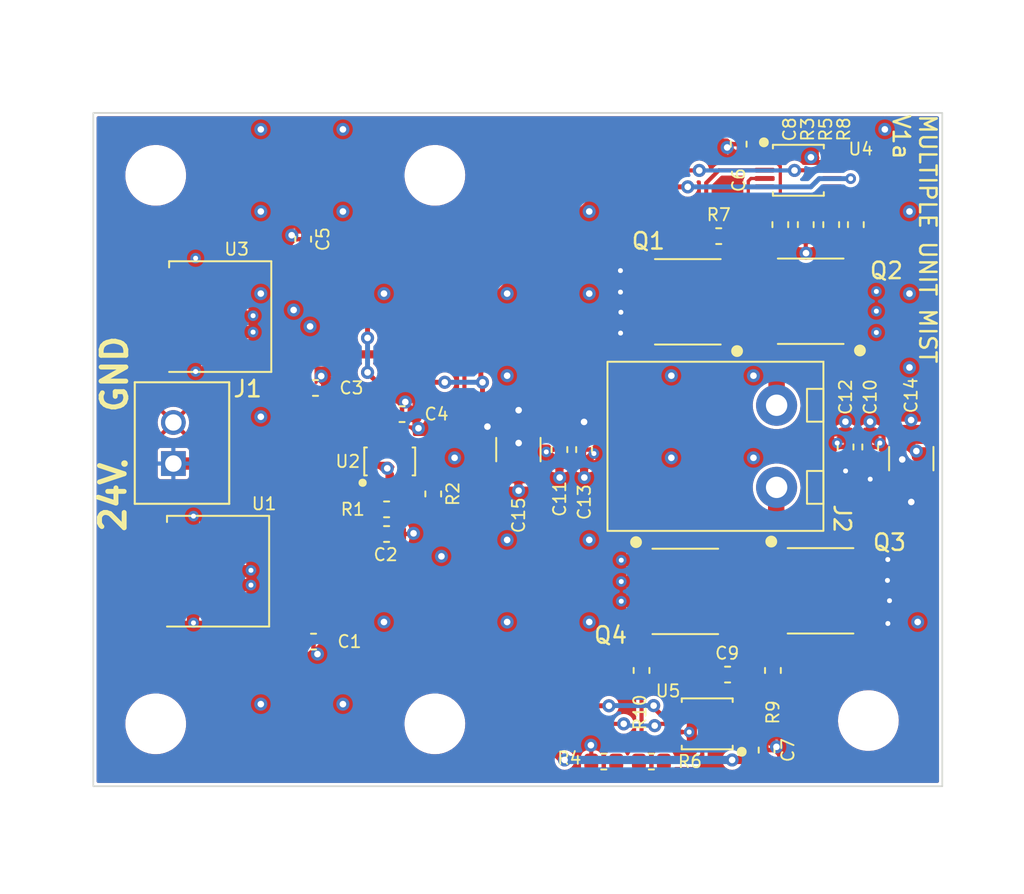
<source format=kicad_pcb>
(kicad_pcb (version 20211014) (generator pcbnew)
  (layers (0 "F.Cu" signal) (1 "In1.Cu" signal) (2 "In2.Cu" signal) (31 "B.Cu" signal) (34 "B.Paste" user) (35 "F.Paste" user) (36 "B.SilkS" user "B.Silkscreen") (37 "F.SilkS" user "F.Silkscreen") (38 "B.Mask" user) (39 "F.Mask" user) (44 "Edge.Cuts" user))
  (net 0 "")
  (net 1 "GND")
  (net 2 "+5V")
  (net 3 "+24V")
  (net 4 "+12V")
  (net 5 "Net-(C8-Pad1)")
  (net 6 "Net-(C8-Pad2)")
  (net 7 "Net-(R1-Pad2)")
  (net 8 "Net-(R4-Pad1)")
  (net 9 "/DRIVE")
  (net 10 "Net-(R5-Pad1)")
  (net 11 "Net-(R6-Pad1)")
  (net 12 "Net-(Q1-Pad4)")
  (net 13 "Net-(Q2-Pad4)")
  (net 14 "Net-(R8-Pad1)")
  (net 16 "Net-(R9-Pad1)")
  (net 17 "Net-(R10-Pad1)")
  (net 18 "Net-(Q3-Pad4)")
  (net 20 "Net-(Q4-Pad4)")
  (net 21 "Net-(U4-Pad8)")
  (net 22 "Net-(C2-Pad1)")
  (net 23 "Net-(C9-Pad1)")
  (net 24 "Net-(C9-Pad2)")
  (net 25 "Net-(R7-Pad1)")
  (net 26 "Net-(R3-Pad1)")
  (footprint "MountingHole:MountingHole_3.2mm_M3" (layer "F.Cu") (at 128.6 61.2)
    (fp_text reference "REF**" hide)
    (fp_text value "MountingHole_3.2mm_M3")
  )
  (footprint "footprints:CAPACITOR_0603N" (layer "F.Cu") (at 164.1 25.9 -90)
    (fp_text reference "C6")
    (fp_text value "CL10A475KA8NQNC")
  )
  (footprint "footprints:SOP10P50_300X490X110L60X22N" (layer "F.Cu") (at 162.185 61.2 90)
    (fp_text reference "U5")
    (fp_text value "DGD0506AM10-13")
  )
  (footprint "footprints:CAPACITOR_0603N" (layer "F.Cu") (at 170.61 44.34 90)
    (fp_text reference "C12")
    (fp_text value "GRM188R61H225ME11D")
  )
  (footprint "footprints:RESISTOR_0603N" (layer "F.Cu") (at 162.885 31.5)
    (fp_text reference "R7")
    (fp_text value "RC0603JR-0720RL")
  )
  (footprint "footprints:CAPACITOR_0603N" (layer "F.Cu") (at 142.66 49.64)
    (fp_text reference "C2")
    (fp_text value "CL10B103KB8NNNC")
  )
  (footprint "footprints:B2B-XH-A(LF)(SN)" (layer "F.Cu") (at 130.2 44.1 -90)
    (fp_text reference "J1")
    (fp_text value "_GENERIC_CONNECTOR_01x02")
  )
  (footprint "footprints:CAPACITOR_1210N" (layer "F.Cu") (at 174.61 45.05 90)
    (fp_text reference "C14")
    (fp_text value "GRM32EC72A106KE05L")
  )
  (footprint "MountingHole:MountingHole_3.2mm_M3" (layer "F.Cu") (at 145.6 61.2)
    (fp_text reference "REF**" hide)
    (fp_text value "MountingHole_3.2mm_M3")
  )
  (footprint "footprints:2-5Q1S" (layer "F.Cu") (at 161.0025 35.5 90)
    (fp_text reference "Q1")
    (fp_text value "TPH3R704PL,L1Q")
  )
  (footprint "footprints:SOP10P50_300X490X110L60X22N" (layer "F.Cu") (at 167.735 27.49 -90)
    (fp_text reference "U4")
    (fp_text value "DGD0506AM10-13")
  )
  (footprint "footprints:CAPACITOR_0603N" (layer "F.Cu") (at 138.21 56.191)
    (fp_text reference "C1")
    (fp_text value "GRM188R61H225ME11D")
  )
  (footprint "MountingHole:MountingHole_3.2mm_M3" (layer "F.Cu") (at 128.6 27.8)
    (fp_text reference "REF**" hide)
    (fp_text value "MountingHole_3.2mm_M3")
  )
  (footprint "footprints:CAPACITOR_0603N" (layer "F.Cu") (at 166.635 30.8 -90)
    (fp_text reference "C8")
    (fp_text value "CC0603KRX7R9BB104")
  )
  (footprint "footprints:SOP6P95_290X275X110L40X32N" (layer "F.Cu") (at 142.85 45.22)
    (fp_text reference "U2")
    (fp_text value "74HCT2G14GV,125")
  )
  (footprint "footprints:CAPACITOR_1210N" (layer "F.Cu") (at 150.685 44.5 -90)
    (fp_text reference "C15")
    (fp_text value "GRM32EC72A106KE05L")
  )
  (footprint "footprints:RESISTOR_0603N" (layer "F.Cu") (at 166.185 57.95 90)
    (fp_text reference "R9")
    (fp_text value "RC0603JR-0720RL")
  )
  (footprint "footprints:DPAK4P229_990X238L159X76T520X546N" (layer "F.Cu") (at 133.38 51.905 90)
    (fp_text reference "U1")
    (fp_text value "MC78M12BDTG")
  )
  (footprint "footprints:RESISTOR_0603N" (layer "F.Cu") (at 168.185 30.8 -90)
    (fp_text reference "R3")
    (fp_text value "RC0603JR-070RL")
  )
  (footprint "footprints:2-5Q1S" (layer "F.Cu") (at 169.085 53.1 -90)
    (fp_text reference "Q3")
    (fp_text value "TPH3R704PL,L1Q")
  )
  (footprint "footprints:CAPACITOR_0603N" (layer "F.Cu") (at 137.58 31.686 90)
    (fp_text reference "C5")
    (fp_text value "GRM188R61H225ME11D")
  )
  (footprint "footprints:CAPACITOR_0603N" (layer "F.Cu") (at 165.8 62.8 90)
    (fp_text reference "C7")
    (fp_text value "CL10A475KA8NQNC")
  )
  (footprint "footprints:CAPACITOR_0603N" (layer "F.Cu") (at 172.11 44.34 90)
    (fp_text reference "C10")
    (fp_text value "GRM188R61H225ME11D")
  )
  (footprint "footprints:RESISTOR_0603N" (layer "F.Cu") (at 145.5 47.2 -90)
    (fp_text reference "R2")
    (fp_text value "RC0603FR-07174RL")
  )
  (footprint "footprints:CAPACITOR_0603N" (layer "F.Cu") (at 163.425 58.2)
    (fp_text reference "C9")
    (fp_text value "CC0603KRX7R9BB104")
  )
  (footprint "footprints:CAPACITOR_0603N" (layer "F.Cu") (at 138.33 40.746)
    (fp_text reference "C3")
    (fp_text value "GRM188R61H225ME11D")
  )
  (footprint "MountingHole:MountingHole_3.2mm_M3" (layer "F.Cu") (at 172 61)
    (fp_text reference "REF**" hide)
    (fp_text value "MountingHole_3.2mm_M3")
  )
  (footprint "MountingHole:MountingHole_3.2mm_M3" (layer "F.Cu") (at 145.6 27.8)
    (fp_text reference "REF**" hide)
    (fp_text value "MountingHole_3.2mm_M3")
  )
  (footprint "footprints:RESISTOR_0603N" (layer "F.Cu") (at 158.185 57.95 90)
    (fp_text reference "R10")
    (fp_text value "RC0603JR-0720RL")
  )
  (footprint "footprints:1988804" (layer "F.Cu") (at 166.41 44.3 -90)
    (fp_text reference "J2")
    (fp_text value "1988804")
  )
  (footprint "footprints:CAPACITOR_0603N" (layer "F.Cu") (at 143.6 42.34)
    (fp_text reference "C4")
    (fp_text value "GRM188R61H225ME11D")
  )
  (footprint "footprints:RESISTOR_0603N" (layer "F.Cu") (at 142.66 48.14)
    (fp_text reference "R1")
    (fp_text value "RC0603JR-07470RL")
  )
  (footprint "footprints:RESISTOR_0603N" (layer "F.Cu") (at 169.735 30.8 -90)
    (fp_text reference "R5")
    (fp_text value "RC0603JR-07100KL")
  )
  (footprint "footprints:CAPACITOR_0603N" (layer "F.Cu") (at 153.185 44.5 -90)
    (fp_text reference "C11")
    (fp_text value "GRM188R61H225ME11D")
  )
  (footprint "footprints:RESISTOR_0603N" (layer "F.Cu") (at 158.785 63.5 180)
    (fp_text reference "R6")
    (fp_text value "RC0603JR-07100KL")
  )
  (footprint "footprints:DPAK4P229_990X238L159X76T520X546N" (layer "F.Cu") (at 133.51 36.4 90)
    (fp_text reference "U3")
    (fp_text value "MC78M05CDTRKG")
  )
  (footprint "footprints:CAPACITOR_0603N" (layer "F.Cu") (at 154.685 44.5 -90)
    (fp_text reference "C13")
    (fp_text value "GRM188R61H225ME11D")
  )
  (footprint "footprints:2-5Q1S" (layer "F.Cu") (at 168.485 35.465 90)
    (fp_text reference "Q2")
    (fp_text value "TPH3R704PL,L1Q")
  )
  (footprint "footprints:RESISTOR_0603N" (layer "F.Cu") (at 155.885 63.5 180)
    (fp_text reference "R4")
    (fp_text value "RC0603JR-070RL")
  )
  (footprint "footprints:2-5Q1S" (layer "F.Cu") (at 160.85 53.135 -90)
    (fp_text reference "Q4")
    (fp_text value "TPH3R704PL,L1Q")
  )
  (footprint "footprints:RESISTOR_0603N" (layer "F.Cu") (at 171.235 30.8 -90)
    (fp_text reference "R8")
    (fp_text value "RC0603JR-0720RL")
  )
  (gr_rect (start 124.8 65) (end 176.5 24) (layer "Edge.Cuts") (width 0.1) (fill none))
  (gr_text "MULTIPLE UNIT MIST\nV1a" (at 174.8 24 270) (layer "F.SilkS") (effects (font (size 1 1)) (justify left)))
  (gr_text "24V" (at 126 47.4 90) (layer "F.SilkS") (effects (font (size 1.5 1.5) (thickness 0.3))))
  (gr_text "GND" (at 126.1 39.9 90) (layer "F.SilkS") (effects (font (size 1.5 1.5) (thickness 0.3))))
  (segment (start 130.87 55.021) (end 130.9 55.051) (width 0.75) (layer "F.Cu") (net 1))
  (segment (start 143.42 49.64) (end 144.26 49.64) (width 0.25) (layer "F.Cu") (net 1))
  (segment (start 131 36.4) (end 131 39.716) (width 0.75) (layer "F.Cu") (net 1))
  (segment (start 134.4 52.751) (end 131.716 52.751) (width 0.75) (layer "F.Cu") (net 1))
  (segment (start 172.63 44.1) (end 172.7 44.1) (width 0.5) (layer "F.Cu") (net 1))
  (segment (start 131 36.4) (end 134.484 36.4) (width 0.75) (layer "F.Cu") (net 1))
  (segment (start 131.716 52.751) (end 130.87 51.905) (width 0.75) (layer "F.Cu") (net 1))
  (segment (start 174.61 42.71) (end 174.6 42.7) (width 0.5) (layer "F.Cu") (net 1))
  (segment (start 144.26 49.64) (end 144.3 49.6) (width 0.25) (layer "F.Cu") (net 1))
  (segment (start 154.685 45.26) (end 154.685 46.185) (width 0.5) (layer "F.Cu") (net 1))
  (segment (start 144.36 42.96) (end 144.6 43.2) (width 0.25) (layer "F.Cu") (net 1))
  (segment (start 137.58 30.926) (end 137.4 30.926) (width 0.2) (layer "F.Cu") (net 1))
  (segment (start 153.185 45.26) (end 153.185 46.185) (width 0.5) (layer "F.Cu") (net 1))
  (segment (start 156.95 51.235) (end 158.145 51.235) (width 0.75) (layer "F.Cu") (net 1))
  (segment (start 130.87 51.905) (end 130.87 48.581) (width 0.75) (layer "F.Cu") (net 1))
  (segment (start 142.85 46.44) (end 142.85 45.79) (width 0.25) (layer "F.Cu") (net 1))
  (segment (start 154.685 46.185) (end 154.7 46.2) (width 0.5) (layer "F.Cu") (net 1))
  (segment (start 172.11 43.58) (end 172.63 44.1) (width 0.5) (layer "F.Cu") (net 1))
  (segment (start 138.97 56.191) (end 138.97 56.431) (width 0.75) (layer "F.Cu") (net 1))
  (segment (start 171.225 34.87) (end 171.185 34.83) (width 0.75) (layer "F.Cu") (net 1))
  (segment (start 165.84 62.04) (end 166.4 62.6) (width 0.5) (layer "F.Cu") (net 1))
  (segment (start 168.185 32.520498) (end 168.2 32.535498) (width 0.2) (layer "F.Cu") (net 1))
  (segment (start 156.95 53.735) (end 158.115 53.735) (width 0.75) (layer "F.Cu") (net 1))
  (segment (start 168.185 31.56) (end 168.185 32.520498) (width 0.2) (layer "F.Cu") (net 1))
  (segment (start 150.685 45.975) (end 150.685 46.985) (width 0.5) (layer "F.Cu") (net 1))
  (segment (start 169.79 26.99) (end 168.79 26.99) (width 0.25) (layer "F.Cu") (net 1))
  (segment (start 170.61 43.58) (end 170.61 42.81) (width 0.5) (layer "F.Cu") (net 1))
  (segment (start 172.455 36.1) (end 172.485 36.07) (width 0.75) (layer "F.Cu") (net 1))
  (segment (start 164.1 26.66) (end 163.96 26.66) (width 0.5) (layer "F.Cu") (net 1))
  (segment (start 170.61 43.58) (end 170.1 44.09) (width 0.5) (layer "F.Cu") (net 1))
  (segment (start 153.005 45.26) (end 152.385 44.64) (width 0.5) (layer "F.Cu") (net 1))
  (segment (start 160.13 61.7) (end 161.084871 61.7) (width 0.2) (layer "F.Cu") (net 1))
  (segment (start 137.4 30.926) (end 136.88 31.446) (width 0.2) (layer "F.Cu") (net 1))
  (segment (start 138.97 56.431) (end 138.45 56.951) (width 0.75) (layer "F.Cu") (net 1))
  (segment (start 168.79 26.99) (end 168.5 26.7) (width 0.25) (layer "F.Cu") (net 1))
  (segment (start 172.11 43.58) (end 172.11 42.81) (width 0.5) (layer "F.Cu") (net 1))
  (segment (start 155.125 62.525) (end 155.1 62.5) (width 0.2) (layer "F.Cu") (net 1))
  (segment (start 131 39.716) (end 131.03 39.746) (width 0.75) (layer "F.Cu") (net 1))
  (segment (start 144.36 42.34) (end 144.36 42.96) (width 0.25) (layer "F.Cu") (net 1))
  (segment (start 131.946 37.346) (end 131 36.4) (width 0.75) (layer "F.Cu") (net 1))
  (segment (start 154.765 45.26) (end 155.285 44.74) (width 0.5) (layer "F.Cu") (net 1))
  (segment (start 174.61 43.575) (end 174.61 42.71) (width 0.5) (layer "F.Cu") (net 1))
  (segment (start 142.85 45.79) (end 142.7 45.64) (width 0.25) (layer "F.Cu") (net 1))
  (segment (start 131 32.876) (end 131.03 32.846) (width 0.75) (layer "F.Cu") (net 1))
  (segment (start 130.87 51.905) (end 134.346 51.905) (width 0.75) (layer "F.Cu") (net 1))
  (segment (start 155.125 63.5) (end 155.125 62.525) (width 0.2) (layer "F.Cu") (net 1))
  (segment (start 134.53 37.346) (end 131.946 37.346) (width 0.75) (layer "F.Cu") (net 1))
  (segment (start 156.95 52.535) (end 158.115 52.535) (width 0.75) (layer "F.Cu") (net 1))
  (segment (start 174.61 43.575) (end 174.61 44.279904) (width 0.5) (layer "F.Cu") (net 1))
  (segment (start 171.185 36.1) (end 172.455 36.1) (width 0.75) (layer "F.Cu") (net 1))
  (segment (start 172.485 34.87) (end 171.225 34.87) (width 0.75) (layer "F.Cu") (net 1))
  (segment (start 153.185 46.185) (end 153.2 46.2) (width 0.5) (layer "F.Cu") (net 1))
  (segment (start 131 36.4) (end 131 32.876) (width 0.75) (layer "F.Cu") (net 1))
  (segment (start 153.185 45.26) (end 153.005 45.26) (width 0.5) (layer "F.Cu") (net 1))
  (segment (start 139.1 40.686) (end 139.1 40.441958) (width 0.75) (layer "F.Cu") (net 1))
  (segment (start 134.346 51.905) (end 134.4 51.851) (width 0.75) (layer "F.Cu") (net 1))
  (segment (start 144.36 42.34) (end 144.36 42.16) (width 0.25) (layer "F.Cu") (net 1))
  (segment (start 144.36 42.16) (end 143.8 41.6) (width 0.25) (layer "F.Cu") (net 1))
  (segment (start 130.87 48.581) (end 130.9 48.551) (width 0.75) (layer "F.Cu") (net 1))
  (segment (start 170.1 44.09) (end 170.1 44.1) (width 0.5) (layer "F.Cu") (net 1))
  (segment (start 163.96 26.66) (end 163.4 26.1) (width 0.5) (layer "F.Cu") (net 1))
  (segment (start 150.685 46.985) (end 150.7 47) (width 0.5) (layer "F.Cu") (net 1))
  (segment (start 170.61 42.81) (end 170.6 42.8) (width 0.5) (layer "F.Cu") (net 1))
  (segment (start 174.61 44.279904) (end 174.918866 44.58877) (width 0.5) (layer "F.Cu") (net 1))
  (segment (start 172.485 37.37) (end 171.185 37.37) (width 0.75) (layer "F.Cu") (net 1))
  (segment (start 154.685 45.26) (end 154.765 45.26) (width 0.5) (layer "F.Cu") (net 1))
  (segment (start 139.1 40.441958) (end 138.6795 40.021458) (width 0.75) (layer "F.Cu") (net 1))
  (segment (start 130.87 51.905) (end 130.87 55.021) (width 0.75) (layer "F.Cu") (net 1))
  (segment (start 172.11 42.81) (end 172.1 42.8) (width 0.5) (layer "F.Cu") (net 1))
  (segment (start 165.8 62.04) (end 165.84 62.04) (width 0.5) (layer "F.Cu") (net 1))
  (via (at 174.918866 44.58877) (size 0.8) (drill 0.4) (layers "F.Cu" "B.Cu") (net 1))
  (via (at 175 55) (size 0.8) (drill 0.4) (layers "F.Cu" "B.Cu") (net 1))
  (via (at 154.7 46.2) (size 0.8) (drill 0.4) (layers "F.Cu" "B.Cu") (net 1))
  (via (at 135 42.5) (size 0.8) (drill 0.4) (layers "F.Cu" "B.Cu") (net 1))
  (via (at 144.3 49.6) (size 0.8) (drill 0.4) (layers "F.Cu" "B.Cu") (net 1))
  (via (at 165 40) (size 0.8) (drill 0.4) (layers "F.Cu" "B.Cu") (net 1))
  (via (at 166.4 62.6) (size 0.8) (drill 0.4) (layers "F.Cu" "B.Cu") (net 1))
  (via (at 155.285 44.74) (size 0.65) (drill 0.3) (layers "F.Cu" "B.Cu") (net 1))
  (via (at 134.4 51.851) (size 0.65) (drill 0.3) (layers "F.Cu" "B.Cu") (net 1))
  (via (at 135 30) (size 0.8) (drill 0.4) (layers "F.Cu" "B.Cu") (net 1))
  (via (at 135 25) (size 0.8) (drill 0.4) (layers "F.Cu" "B.Cu") (net 1))
  (via (at 136.88 31.446) (size 0.8) (drill 0.4) (layers "F.Cu" "B.Cu") (net 1))
  (via (at 174.6 42.7) (size 0.8) (drill 0.4) (layers "F.Cu" "B.Cu") (net 1))
  (via (at 134.4 52.751) (size 0.65) (drill 0.3) (layers "F.Cu" "B.Cu") (net 1))
  (via (at 163.4 26.1) (size 0.8) (drill 0.4) (layers "F.Cu" "B.Cu") (net 1))
  (via (at 138.45 56.951) (size 0.8) (drill 0.4) (layers "F.Cu" "B.Cu") (net 1))
  (via (at 153.2 46.2) (size 0.8) (drill 0.4) (layers "F.Cu" "B.Cu") (net 1))
  (via (at 138.6795 40.021458) (size 0.8) (drill 0.4) (layers "F.Cu" "B.Cu") (net 1))
  (via (at 142.5 35) (size 0.8) (drill 0.4) (layers "F.Cu" "B.Cu") (net 1))
  (via (at 150 35) (size 0.8) (drill 0.4) (layers "F.Cu" "B.Cu") (net 1))
  (via (at 172.485 37.37) (size 0.65) (drill 0.3) (layers "F.Cu" "B.Cu") (net 1))
  (via (at 150 55) (size 0.8) (drill 0.4) (layers "F.Cu" "B.Cu") (net 1))
  (via (at 156.95 52.535) (size 0.65) (drill 0.3) (layers "F.Cu" "B.Cu") (net 1))
  (via (at 170.6 42.8) (size 0.8) (drill 0.4) (layers "F.Cu" "B.Cu") (net 1))
  (via (at 150.7 47) (size 0.8) (drill 0.4) (layers "F.Cu" "B.Cu") (net 1))
  (via (at 156.95 53.735) (size 0.65) (drill 0.3) (layers "F.Cu" "B.Cu") (net 1))
  (via (at 155 55) (size 0.8) (drill 0.4) (layers "F.Cu" "B.Cu") (net 1))
  (via (at 155.1 62.5) (size 0.8) (drill 0.4) (layers "F.Cu" "B.Cu") (net 1))
  (via (at 140 30) (size 0.8) (drill 0.4) (layers "F.Cu" "B.Cu") (net 1))
  (via (at 135 35) (size 0.8) (drill 0.4) (layers "F.Cu" "B.Cu") (net 1))
  (via (at 134.53 36.346) (size 0.65) (drill 0.3) (layers "F.Cu" "B.Cu") (net 1))
  (via (at 174.5 30) (size 0.8) (drill 0.4) (layers "F.Cu" "B.Cu") (net 1))
  (via (at 155 50) (size 0.8) (drill 0.4) (layers "F.Cu" "B.Cu") (net 1))
  (via (at 142.7 45.64) (size 0.8) (drill 0.4) (layers "F.Cu" "B.Cu") (net 1))
  (via (at 146 51) (size 0.8) (drill 0.4) (layers "F.Cu" "B.Cu") (net 1))
  (via (at 168.5 26.7) (size 0.8) (drill 0.4) (layers "F.Cu" "B.Cu") (net 1))
  (via (at 135 60) (size 0.8) (drill 0.4) (layers "F.Cu" "B.Cu") (net 1))
  (via (at 170.1 44.1) (size 0.65) (drill 0.3) (layers "F.Cu" "B.Cu") (net 1))
  (via (at 156.95 51.235) (size 0.65) (drill 0.3) (layers "F.Cu" "B.Cu") (net 1))
  (via (at 146.8 45) (size 0.8) (drill 0.4) (layers "F.Cu" "B.Cu") (net 1))
  (via (at 173 25) (size 0.8) (drill 0.4) (layers "F.Cu" "B.Cu") (net 1))
  (via (at 143.8 41.6) (size 0.8) (drill 0.4) (layers "F.Cu" "B.Cu") (net 1))
  (via (at 138 37) (size 0.8) (drill 0.4) (layers "F.Cu" "B.Cu") (net 1))
  (via (at 130.9 48.551) (size 0.65) (drill 0.3) (layers "F.Cu" "B.Cu") (net 1))
  (via (at 131.03 39.746) (size 0.65) (drill 0.3) (layers "F.Cu" "B.Cu") (net 1))
  (via (at 137 36) (size 0.8) (drill 0.4) (layers "F.Cu" "B.Cu") (net 1))
  (via (at 172.485 34.87) (size 0.65) (drill 0.3) (layers "F.Cu" "B.Cu") (net 1))
  (via (at 155 30) (size 0.8) (drill 0.4) (layers "F.Cu" "B.Cu") (net 1))
  (via (at 155 35) (size 0.8) (drill 0.4) (layers "F.Cu" "B.Cu") (net 1))
  (via (at 165 45) (size 0.8) (drill 0.4) (layers "F.Cu" "B.Cu") (net 1))
  (via (at 174.5 39.5) (size 0.8) (drill 0.4) (layers "F.Cu" "B.Cu") (net 1))
  (via (at 140 60) (size 0.8) (drill 0.4) (layers "F.Cu" "B.Cu") (net 1))
  (via (at 172.1 42.8) (size 0.8) (drill 0.4) (layers "F.Cu" "B.Cu") (net 1))
  (via (at 131.03 32.846) (size 0.65) (drill 0.3) (layers "F.Cu" "B.Cu") (net 1))
  (via (at 152.385 44.64) (size 0.65) (drill 0.3) (layers "F.Cu" "B.Cu") (net 1))
  (via (at 140 25) (size 0.8) (drill 0.4) (layers "F.Cu" "B.Cu") (net 1))
  (via (at 150 50) (size 0.8) (drill 0.4) (layers "F.Cu" "B.Cu") (net 1))
  (via (at 134.53 37.346) (size 0.65) (drill 0.3) (layers "F.Cu" "B.Cu") (net 1))
  (via (at 168.2 32.535498) (size 0.8) (drill 0.4) (layers "F.Cu" "B.Cu") (net 1))
  (via (at 161.084871 61.7) (size 0.65) (drill 0.3) (layers "F.Cu" "B.Cu") (net 1))
  (via (at 172.485 36.07) (size 0.65) (drill 0.3) (layers "F.Cu" "B.Cu") (net 1))
  (via (at 160 45) (size 0.8) (drill 0.4) (layers "F.Cu" "B.Cu") (net 1))
  (via (at 142.5 55) (size 0.8) (drill 0.4) (layers "F.Cu" "B.Cu") (net 1))
  (via (at 174.5 35) (size 0.8) (drill 0.4) (layers "F.Cu" "B.Cu") (net 1))
  (via (at 160 40) (size 0.8) (drill 0.4) (layers "F.Cu" "B.Cu") (net 1))
  (via (at 130.9 55.051) (size 0.65) (drill 0.3) (layers "F.Cu" "B.Cu") (net 1))
  (via (at 144.6 43.2) (size 0.8) (drill 0.4) (layers "F.Cu" "B.Cu") (net 1))
  (via (at 172.7 44.1) (size 0.65) (drill 0.3) (layers "F.Cu" "B.Cu") (net 1))
  (via (at 150 40) (size 0.8) (drill 0.4) (layers "F.Cu" "B.Cu") (net 1))
  (segment (start 170.920355 28) (end 169.8 28) (width 0.2) (layer "F.Cu") (net 2))
  (segment (start 142.8 42.38) (end 142.84 42.34) (width 0.25) (layer "F.Cu") (net 2))
  (segment (start 152.6 60.1) (end 148.5 56) (width 0.3) (layer "F.Cu") (net 2))
  (segment (start 140.41 34.11) (end 137.58 34.11) (width 0.3) (layer "F.Cu") (net 2))
  (segment (start 142.84 41.16) (end 142.84 42.34) (width 0.3) (layer "F.Cu") (net 2))
  (segment (start 155.2 28.5) (end 148.4 35.3) (width 0.3) (layer "F.Cu") (net 2))
  (segment (start 142.18 40.5) (end 141.5 39.82) (width 0.3) (layer "F.Cu") (net 2))
  (segment (start 141.5 39.82) (end 141.5 39.8) (width 0.3) (layer "F.Cu") (net 2))
  (segment (start 161 28.5) (end 155.2 28.5) (width 0.3) (layer "F.Cu") (net 2))
  (segment (start 160.13 60.7) (end 159.422573 60.7) (width 0.3) (layer "F.Cu") (net 2))
  (segment (start 146.2 40.4) (end 143.6 40.4) (width 0.3) (layer "F.Cu") (net 2))
  (segment (start 141.5 35.2) (end 140.41 34.11) (width 0.3) (layer "F.Cu") (net 2))
  (segment (start 137.58 34.114) (end 137.58 32.446) (width 0.75) (layer "F.Cu") (net 2))
  (segment (start 143.6 40.4) (end 142.84 41.16) (width 0.3) (layer "F.Cu") (net 2))
  (segment (start 142.84 41.16) (end 142.18 40.5) (width 0.3) (layer "F.Cu") (net 2))
  (segment (start 148.5 41.4) (end 148.5 40.4) (width 0.3) (layer "F.Cu") (net 2))
  (segment (start 158.92172 60.199147) (end 158.92172 60.0893) (width 0.3) (layer "F.Cu") (net 2))
  (segment (start 148 46.1) (end 148 41.9) (width 0.3) (layer "F.Cu") (net 2))
  (segment (start 141.5 37.7) (end 141.5 35.2) (width 0.3) (layer "F.Cu") (net 2))
  (segment (start 148.5 56) (end 148.5 46.6) (width 0.3) (layer "F.Cu") (net 2))
  (segment (start 169.8 28) (end 169.79 27.99) (width 0.2) (layer "F.Cu") (net 2))
  (segment (start 142.8 44.02) (end 142.8 42.38) (width 0.25) (layer "F.Cu") (net 2))
  (segment (start 148.5 46.6) (end 148 46.1) (width 0.3) (layer "F.Cu") (net 2))
  (segment (start 148.4 35.3) (end 148.4 40.3) (width 0.3) (layer "F.Cu") (net 2))
  (segment (start 148.4 40.3) (end 148.5 40.4) (width 0.3) (layer "F.Cu") (net 2))
  (segment (start 148 41.9) (end 148.5 41.4) (width 0.3) (layer "F.Cu") (net 2))
  (segment (start 159.422573 60.7) (end 158.92172 60.199147) (width 0.3) (layer "F.Cu") (net 2))
  (segment (start 156.2 60.1) (end 152.6 60.1) (width 0.3) (layer "F.Cu") (net 2))
  (via (at 161 28.5) (size 0.8) (drill 0.4) (layers "F.Cu" "B.Cu") (net 2))
  (via (at 156.2 60.1) (size 0.8) (drill 0.4) (layers "F.Cu" "B.Cu") (net 2))
  (via (at 146.2 40.4) (size 0.8) (drill 0.4) (layers "F.Cu" "B.Cu") (net 2))
  (via (at 170.920355 28) (size 0.65) (drill 0.3) (layers "F.Cu" "B.Cu") (net 2))
  (via (at 158.92172 60.0893) (size 0.8) (drill 0.4) (layers "F.Cu" "B.Cu") (net 2))
  (via (at 141.5 39.8) (size 0.8) (drill 0.4) (layers "F.Cu" "B.Cu") (net 2))
  (via (at 148.5 40.4) (size 0.8) (drill 0.4) (layers "F.Cu" "B.Cu") (net 2))
  (via (at 141.5 37.7) (size 0.8) (drill 0.4) (layers "F.Cu" "B.Cu") (net 2))
  (segment (start 170.920355 28) (end 169 28) (width 0.3) (layer "B.Cu") (net 2))
  (segment (start 169 28) (end 168.8 28.2) (width 0.3) (layer "B.Cu") (net 2))
  (segment (start 141.5 39.8) (end 141.5 37.7) (width 0.3) (layer "B.Cu") (net 2))
  (segment (start 158.92172 60.0893) (end 156.2107 60.0893) (width 0.3) (layer "B.Cu") (net 2))
  (segment (start 168.8 28.2) (end 168.5 28.5) (width 0.3) (layer "B.Cu") (net 2))
  (segment (start 168.5 28.5) (end 161 28.5) (width 0.3) (layer "B.Cu") (net 2))
  (segment (start 156.2107 60.0893) (end 156.2 60.1) (width 0.3) (layer "B.Cu") (net 2))
  (segment (start 148.5 40.4) (end 146.2 40.4) (width 0.3) (layer "B.Cu") (net 2))
  (segment (start 174.61 46.525) (end 174.61 47.69) (width 0.5) (layer "F.Cu") (net 3))
  (segment (start 172.085 46.325) (end 172.085 51.195) (width 0.75) (layer "F.Cu") (net 3))
  (segment (start 134.8 46.6) (end 133.55 45.35) (width 0.75) (layer "F.Cu") (net 3))
  (segment (start 173.25 53.735) (end 173.285 53.7) (width 0.75) (layer "F.Cu") (net 3))
  (segment (start 174.61 45.65) (end 174.06 45.1) (width 0.5) (layer "F.Cu") (net 3))
  (segment (start 174.61 50.89) (end 174.3 51.2) (width 0.5) (layer "F.Cu") (net 3))
  (segment (start 135.3 51) (end 134.8 50.5) (width 0.75) (layer "F.Cu") (net 3))
  (segment (start 172.17 55.09) (end 172.085 55.005) (width 0.75) (layer "F.Cu") (net 3))
  (segment (start 154.685 42.815) (end 154.685 38.315) (width 0.5) (layer "F.Cu") (net 3))
  (segment (start 150.685 42.115) (end 150.7 42.1) (width 0.5) (layer "F.Cu") (net 3))
  (segment (start 174.61 47.69) (end 174.61 50.89) (width 0.5) (layer "F.Cu") (net 3))
  (segment (start 133.55 45.35) (end 129.675 45.35) (width 0.75) (layer "F.Cu") (net 3))
  (segment (start 174.3 51.2) (end 173.185 51.2) (width 0.5) (layer "F.Cu") (net 3))
  (segment (start 150.925 43.025) (end 150.685 43.025) (width 0.5) (layer "F.Cu") (net 3))
  (segment (start 158.0025 33.595) (end 156.905 33.595) (width 0.75) (layer "F.Cu") (net 3))
  (segment (start 156.9025 34.91) (end 157.9575 34.91) (width 0.75) (layer "F.Cu") (net 3))
  (segment (start 173.185 55.09) (end 172.17 55.09) (width 0.75) (layer "F.Cu") (net 3))
  (segment (start 159.7675 34.865) (end 160.4025 35.5) (width 0.2) (layer "F.Cu") (net 3))
  (segment (start 172.11 45.1) (end 170.61 45.1) (width 0.75) (layer "F.Cu") (net 3))
  (segment (start 150.685 43.025) (end 148.875 43.025) (width 0.5) (layer "F.Cu") (net 3))
  (segment (start 137.45 52.05) (end 136.4 51) (width 0.75) (layer "F.Cu") (net 3))
  (segment (start 150.685 44.085) (end 150.7 44.1) (width 0.5) (layer "F.Cu") (net 3))
  (segment (start 172.11 46.3) (end 172.11 45.1) (width 0.5) (layer "F.Cu") (net 3))
  (segment (start 156.9275 36.135) (end 158.0025 36.135) (width 0.75) (layer "F.Cu") (net 3))
  (segment (start 154.685 43.74) (end 154.685 42.815) (width 0.5) (layer "F.Cu") (net 3))
  (segment (start 148.875 43.025) (end 148.8 43.1) (width 0.5) (layer "F.Cu") (net 3))
  (segment (start 154.685 38.315) (end 155.595 37.405) (width 0.5) (layer "F.Cu") (net 3))
  (segment (start 172.085 52.465) (end 173.16 52.465) (width 0.75) (layer "F.Cu") (net 3))
  (segment (start 170.61 45.1) (end 170.61 45.8) (width 0.5) (layer "F.Cu") (net 3))
  (segment (start 172.11 45.1) (end 174.06 45.1) (width 0.5) (layer "F.Cu") (net 3))
  (segment (start 172.085 53.735) (end 173.25 53.735) (width 0.75) (layer "F.Cu") (net 3))
  (segment (start 156.905 33.595) (end 156.9 33.6) (width 0.75) (layer "F.Cu") (net 3))
  (segment (start 151.64 43.74) (end 150.925 43.025) (width 0.5) (layer "F.Cu") (net 3))
  (segment (start 137.45 54.195) (end 137.45 52.05) (width 0.75) (layer "F.Cu") (net 3))
  (segment (start 156.9075 37.405) (end 158.0025 37.405) (width 0.75) (layer "F.Cu") (net 3))
  (segment (start 172.11 46.3) (end 172.085 46.325) (width 0.75) (layer "F.Cu") (net 3))
  (segment (start 150.685 43.025) (end 150.685 42.115) (width 0.5) (layer "F.Cu") (net 3))
  (segment (start 150.685 43.025) (end 150.685 44.085) (width 0.5) (layer "F.Cu") (net 3))
  (segment (start 173.185 51.2) (end 173.18 51.195) (width 0.5) (layer "F.Cu") (net 3))
  (segment (start 172.085 52.465) (end 170.32 52.465) (width 0.75) (layer "F.Cu") (net 3))
  (segment (start 137.45 54.191) (end 137.45 56.191) (width 0.75) (layer "F.Cu") (net 3))
  (segment (start 172.085 51.195) (end 173.18 51.195) (width 0.75) (layer "F.Cu") (net 3))
  (segment (start 134.8 50.5) (end 134.8 46.6) (width 0.75) (layer "F.Cu") (net 3))
  (segment (start 153.185 43.74) (end 151.64 43.74) (width 0.5) (layer "F.Cu") (net 3))
  (segment (start 155.595 37.405) (end 156.9075 37.405) (width 0.5) (layer "F.Cu") (net 3))
  (segment (start 136.4 51) (end 135.3 51) (width 0.75) (layer "F.Cu") (net 3))
  (segment (start 154.685 43.74) (end 153.185 43.74) (width 0.5) (layer "F.Cu") (net 3))
  (segment (start 174.61 46.525) (end 174.61 45.65) (width 0.5) (layer "F.Cu") (net 3))
  (segment (start 158.0025 34.865) (end 159.7675 34.865) (width 0.2) (layer "F.Cu") (net 3))
  (segment (start 157.9575 34.91) (end 158.0025 34.865) (width 0.75) (layer "F.Cu") (net 3))
  (segment (start 170.32 52.465) (end 169.685 53.1) (width 0.75) (layer "F.Cu") (net 3))
  (via (at 150.7 44.1) (size 0.8) (drill 0.4) (layers "F.Cu" "B.Cu") (net 3))
  (via (at 172.11 46.3) (size 0.65) (drill 0.3) (layers "F.Cu" "B.Cu") (net 3))
  (via (at 156.9 33.6) (size 0.65) (drill 0.3) (layers "F.Cu" "B.Cu") (net 3))
  (via (at 173.285 53.7) (size 0.65) (drill 0.3) (layers "F.Cu" "B.Cu") (net 3))
  (via (at 150.7 42.1) (size 0.8) (drill 0.4) (layers "F.Cu" "B.Cu") (net 3))
  (via (at 170.61 45.8) (size 0.65) (drill 0.3) (layers "F.Cu" "B.Cu") (net 3))
  (via (at 156.9075 37.405) (size 0.65) (drill 0.3) (layers "F.Cu" "B.Cu") (net 3))
  (via (at 174.06 45.1) (size 0.8) (drill 0.4) (layers "F.Cu" "B.Cu") (net 3))
  (via (at 173.185 55.09) (size 0.65) (drill 0.3) (layers "F.Cu" "B.Cu") (net 3))
  (via (at 173.18 51.195) (size 0.65) (drill 0.3) (layers "F.Cu" "B.Cu") (net 3))
  (via (at 156.9025 34.91) (size 0.65) (drill 0.3) (layers "F.Cu" "B.Cu") (net 3))
  (via (at 174.61 47.69) (size 0.8) (drill 0.4) (layers "F.Cu" "B.Cu") (net 3))
  (via (at 173.16 52.465) (size 0.65) (drill 0.3) (layers "F.Cu" "B.Cu") (net 3))
  (via (at 156.9275 36.135) (size 0.65) (drill 0.3) (layers "F.Cu" "B.Cu") (net 3))
  (via (at 148.8 43.1) (size 0.8) (drill 0.4) (layers "F.Cu" "B.Cu") (net 3))
  (via (at 154.685 42.815) (size 0.8) (drill 0.4) (layers "F.Cu" "B.Cu") (net 3))
  (segment (start 164.7 63.6) (end 165.76 63.6) (width 0.5) (layer "F.Cu") (net 4))
  (segment (start 137.45 40.866) (end 137.57 40.746) (width 1) (layer "F.Cu") (net 4))
  (segment (start 146.5 34.9) (end 156.1 25.3) (width 0.5) (layer "F.Cu") (net 4))
  (segment (start 164.5 63) (end 164.24 62.74) (width 0.5) (layer "F.Cu") (net 4))
  (segment (start 165.735 25.635) (end 165.735 26.39048) (width 0.5) (layer "F.Cu") (net 4))
  (segment (start 164.5 63.4) (end 164.7 63.6) (width 0.5) (layer "F.Cu") (net 4))
  (segment (start 162.7 25.3) (end 162.9 25.1) (width 0.5) (layer "F.Cu") (net 4))
  (segment (start 153.4 63.4) (end 146.5 56.5) (width 0.5) (layer "F.Cu") (net 4))
  (segment (start 164.1 25.14) (end 165.24 25.14) (width 0.5) (layer "F.Cu") (net 4))
  (segment (start 145.7 38.7) (end 146.5 37.9) (width 0.5) (layer "F.Cu") (net 4))
  (segment (start 146.5 56.5) (end 146.5 53.9) (width 0.5) (layer "F.Cu") (net 4))
  (segment (start 164.5 63.4) (end 164.5 63) (width 0.5) (layer "F.Cu") (net 4))
  (segment (start 137.57 40.746) (end 137.57 38.7) (width 1) (layer "F.Cu") (net 4))
  (segment (start 164.06 25.1) (end 164.1 25.14) (width 0.5) (layer "F.Cu") (net 4))
  (segment (start 146.5 37.9) (end 146.5 34.9) (width 0.5) (layer "F.Cu") (net 4))
  (segment (start 165.24 25.14) (end 165.735 25.635) (width 0.5) (layer "F.Cu") (net 4))
  (segment (start 163.7 63.4) (end 164.5 63.4) (width 0.5) (layer "F.Cu") (net 4))
  (segment (start 156.1 25.3) (end 162.7 25.3) (width 0.5) (layer "F.Cu") (net 4))
  (segment (start 139.515 49.615) (end 137.45 49.615) (width 0.5) (layer "F.Cu") (net 4))
  (segment (start 162.9 25.1) (end 164.06 25.1) (width 0.5) (layer "F.Cu") (net 4))
  (segment (start 137.57 38.7) (end 137.58 38.69) (width 1) (layer "F.Cu") (net 4))
  (segment (start 153.5 63.4) (end 153.4 63.4) (width 0.5) (layer "F.Cu") (net 4))
  (segment (start 137.45 49.619) (end 137.45 40.866) (width 1) (layer "F.Cu") (net 4))
  (segment (start 141.4 51.5) (end 139.515 49.615) (width 0.5) (layer "F.Cu") (net 4))
  (segment (start 164.24 62.74) (end 164.24 62.29952) (width 0.5) (layer "F.Cu") (net 4))
  (segment (start 144.1 51.5) (end 141.4 51.5) (width 0.5) (layer "F.Cu") (net 4))
  (segment (start 137.59 38.7) (end 145.7 38.7) (width 0.5) (layer "F.Cu") (net 4))
  (segment (start 146.5 53.9) (end 144.1 51.5) (width 0.5) (layer "F.Cu") (net 4))
  (via (at 163.7 63.4) (size 0.8) (drill 0.4) (layers "F.Cu" "B.Cu") (net 4))
  (via (at 153.5 63.4) (size 0.8) (drill 0.4) (layers "F.Cu" "B.Cu") (net 4))
  (segment (start 163.7 63.4) (end 159.3 63.4) (width 0.5) (layer "B.Cu") (net 4))
  (segment (start 159.3 63.4) (end 153.5 63.4) (width 0.5) (layer "B.Cu") (net 4))
  (segment (start 166.635 30.04) (end 166.635 27.25) (width 0.2) (layer "F.Cu") (net 5))
  (segment (start 166.635 27.25) (end 166.375 26.99) (width 0.2) (layer "F.Cu") (net 5))
  (segment (start 166.375 26.99) (end 165.68 26.99) (width 0.25) (layer "F.Cu") (net 5))
  (segment (start 165.435 31.25) (end 165.745 31.56) (width 0.2) (layer "F.Cu") (net 6))
  (segment (start 164.845 27.99) (end 164.685 28.15) (width 0.2) (layer "F.Cu") (net 6))
  (segment (start 163.7025 36.135) (end 165.45 36.135) (width 1) (layer "F.Cu") (net 6))
  (segment (start 164.685 29.15) (end 165.435 29.9) (width 0.2) (layer "F.Cu") (net 6))
  (segment (start 165.745 31.56) (end 166.635 31.56) (width 0.2) (layer "F.Cu") (net 6))
  (segment (start 163.7025 37.405) (end 165.45 37.405) (width 1) (layer "F.Cu") (net 6))
  (segment (start 163.7025 34.865) (end 165.45 34.865) (width 1) (layer "F.Cu") (net 6))
  (segment (start 165.435 29.9) (end 165.435 31.25) (width 0.2) (layer "F.Cu") (net 6))
  (segment (start 166.41 41.8) (end 166.41 37.81) (width 1) (layer "F.Cu") (net 6))
  (segment (start 165.745 31.56) (end 165.485 31.82) (width 0.2) (layer "F.Cu") (net 6))
  (segment (start 165.485 31.82) (end 165.485 33.56) (width 0.2) (layer "F.Cu") (net 6))
  (segment (start 166.41 37.81) (end 166.4 37.8) (width 1) (layer "F.Cu") (net 6))
  (segment (start 165.68 27.99) (end 164.845 27.99) (width 0.2) (layer "F.Cu") (net 6))
  (segment (start 164.685 28.15) (end 164.685 29.15) (width 0.2) (layer "F.Cu") (net 6))
  (segment (start 143.42 48.14) (end 144.2 48.14) (width 0.25) (layer "F.Cu") (net 7))
  (segment (start 144.2 48.14) (end 144.4 47.94) (width 0.25) (layer "F.Cu") (net 7))
  (segment (start 145.48 47.94) (end 145.5 47.96) (width 0.25) (layer "F.Cu") (net 7))
  (segment (start 144.4 47.94) (end 145.48 47.94) (width 0.25) (layer "F.Cu") (net 7))
  (segment (start 158.025 63.5) (end 156.645 63.5) (width 0.25) (layer "F.Cu") (net 8))
  (segment (start 143.8 46.44) (end 145.5 46.44) (width 0.25) (layer "F.Cu") (net 9))
  (segment (start 143.000099 44.915499) (end 143.8 45.7154) (width 0.25) (layer "F.Cu") (net 9))
  (segment (start 152.5 61.2) (end 147.4 56.1) (width 0.25) (layer "F.Cu") (net 9))
  (segment (start 146.54 46.44) (end 145.5 46.44) (width 0.25) (layer "F.Cu") (net 9))
  (segment (start 142.175499 44.915499) (end 143.000099 44.915499) (width 0.25) (layer "F.Cu") (net 9))
  (segment (start 147.4 47.3) (end 146.54 46.44) (width 0.25) (layer "F.Cu") (net 9))
  (segment (start 141.9 44) (end 141.9 44.64) (width 0.25) (layer "F.Cu") (net 9))
  (segment (start 160.13 61.2) (end 159.094612 61.2) (width 0.25) (layer "F.Cu") (net 9))
  (segment (start 147.4 56.1) (end 147.4 47.3) (width 0.25) (layer "F.Cu") (net 9))
  (segment (start 157.1 61.2) (end 152.5 61.2) (width 0.25) (layer "F.Cu") (net 9))
  (segment (start 143.8 45.7154) (end 143.8 46.44) (width 0.25) (layer "F.Cu") (net 9))
  (segment (start 141.9 44.64) (end 142.175499 44.915499) (width 0.25) (layer "F.Cu") (net 9))
  (segment (start 159.094612 61.2) (end 158.985643 61.308969) (width 0.25) (layer "F.Cu") (net 9))
  (via (at 157.1 61.2) (size 0.8) (drill 0.4) (layers "F.Cu" "B.Cu") (net 9))
  (via (at 158.985643 61.308969) (size 0.8) (drill 0.4) (layers "F.Cu" "B.Cu") (net 9))
  (segment (start 157.208969 61.308969) (end 158.985643 61.308969) (width 0.25) (layer "B.Cu") (net 9))
  (segment (start 157.1 61.2) (end 157.208969 61.308969) (width 0.25) (layer "B.Cu") (net 9))
  (segment (start 169.735 28.545) (end 169.79 28.49) (width 0.2) (layer "F.Cu") (net 10))
  (segment (start 169.735 30.04) (end 169.735 28.545) (width 0.2) (layer "F.Cu") (net 10))
  (segment (start 159.545 63.5) (end 161.485 63.5) (width 0.25) (layer "F.Cu") (net 11))
  (segment (start 161.485 63.5) (end 161.885 63.1) (width 0.25) (layer "F.Cu") (net 11))
  (segment (start 161.885 60.6) (end 161.485 60.2) (width 0.25) (layer "F.Cu") (net 11))
  (segment (start 161.885 63.1) (end 161.885 60.6) (width 0.25) (layer "F.Cu") (net 11))
  (segment (start 161.485 60.2) (end 160.13 60.2) (width 0.25) (layer "F.Cu") (net 11))
  (segment (start 163.645 31.5) (end 163.645 33.5375) (width 0.25) (layer "F.Cu") (net 12))
  (segment (start 163.645 33.5375) (end 163.7025 33.595) (width 0.25) (layer "F.Cu") (net 12))
  (segment (start 171.185 31.63) (end 171.185 33.655) (width 0.25) (layer "F.Cu") (net 13))
  (segment (start 170.735 26.49) (end 169.79 26.49) (width 0.25) (layer "F.Cu") (net 14))
  (segment (start 171.235 29.4) (end 171.644856 28.990144) (width 0.25) (layer "F.Cu") (net 14))
  (segment (start 171.644856 28.990144) (end 171.644856 27.399856) (width 0.25) (layer "F.Cu") (net 14))
  (segment (start 171.235 30.04) (end 171.235 29.4) (width 0.25) (layer "F.Cu") (net 14))
  (segment (start 171.644856 27.399856) (end 170.735 26.49) (width 0.25) (layer "F.Cu") (net 14))
  (segment (start 166.185 58.46) (end 166.185 60.7) (width 0.25) (layer "F.Cu") (net 16))
  (segment (start 166.185 60.7) (end 165.685 61.2) (width 0.25) (layer "F.Cu") (net 16))
  (segment (start 165.685 61.2) (end 164.24 61.2) (width 0.25) (layer "F.Cu") (net 16))
  (segment (start 158.685 62.2) (end 158.185 61.7) (width 0.25) (layer "F.Cu") (net 17))
  (segment (start 158.185 61.7) (end 158.185 58.71) (width 0.25) (layer "F.Cu") (net 17))
  (segment (start 160.13 62.2) (end 158.685 62.2) (width 0.25) (layer "F.Cu") (net 17))
  (segment (start 166.185 55.105) (end 166.185 56.94) (width 0.25) (layer "F.Cu") (net 18))
  (segment (start 158.15 57.125) (end 158.15 55.04) (width 0.25) (layer "F.Cu") (net 20))
  (segment (start 169.79 27.49) (end 167.51 27.49) (width 0.25) (layer "F.Cu") (net 21))
  (segment (start 147.4 35.2) (end 155.1 27.5) (width 0.25) (layer "F.Cu") (net 21))
  (segment (start 155.1 27.5) (end 161.7 27.5) (width 0.25) (layer "F.Cu") (net 21))
  (segment (start 143.8 44) (end 146.4 44) (width 0.25) (layer "F.Cu") (net 21))
  (segment (start 167.51 27.49) (end 167.5 27.5) (width 0.25) (layer "F.Cu") (net 21))
  (segment (start 146.4 44) (end 147.4 43) (width 0.25) (layer "F.Cu") (net 21))
  (segment (start 147.4 43) (end 147.4 35.2) (width 0.25) (layer "F.Cu") (net 21))
  (via (at 167.5 27.5) (size 0.8) (drill 0.4) (layers "F.Cu" "B.Cu") (net 21))
  (via (at 161.7 27.5) (size 0.8) (drill 0.4) (layers "F.Cu" "B.Cu") (net 21))
  (segment (start 167.5 27.5) (end 161.7 27.5) (width 0.25) (layer "B.Cu") (net 21))
  (segment (start 141.9 49.64) (end 141.9 46.44) (width 0.25) (layer "F.Cu") (net 22))
  (segment (start 163.085 59.6) (end 162.665 59.18) (width 0.25) (layer "F.Cu") (net 23))
  (segment (start 163.385 61.7) (end 163.085 61.4) (width 0.25) (layer "F.Cu") (net 23))
  (segment (start 163.085 61.4) (end 163.085 59.6) (width 0.25) (layer "F.Cu") (net 23))
  (segment (start 164.24 61.7) (end 163.385 61.7) (width 0.25) (layer "F.Cu") (net 23))
  (segment (start 162.665 59.18) (end 162.665 58.2) (width 0.25) (layer "F.Cu") (net 23))
  (segment (start 163.85 53.77) (end 162.085 53.77) (width 0.75) (layer "F.Cu") (net 24))
  (segment (start 162.085 52.5) (end 161.45 53.135) (width 0.75) (layer "F.Cu") (net 24))
  (segment (start 163.85 55.04) (end 163.355 55.04) (width 0.25) (layer "F.Cu") (net 24))
  (segment (start 163.85 52.5) (end 162.085 52.5) (width 0.75) (layer "F.Cu") (net 24))
  (segment (start 164.485 59.6) (end 164.185 59.3) (width 0.25) (layer "F.Cu") (net 24))
  (segment (start 163.355 51.23) (end 161.45 53.135) (width 0.25) (layer "F.Cu") (net 24))
  (segment (start 166.385 51.195) (end 166.385 46.825) (width 1) (layer "F.Cu") (net 24))
  (segment (start 162.085 53.77) (end 161.45 53.135) (width 0.75) (layer "F.Cu") (net 24))
  (segment (start 165.485 59.9) (end 165.185 59.6) (width 0.25) (layer "F.Cu") (net 24))
  (segment (start 163.85 56.165) (end 163.85 55.04) (width 0.25) (layer "F.Cu") (net 24))
  (segment (start 165.485 60.4) (end 165.485 59.9) (width 0.25) (layer "F.Cu") (net 24))
  (segment (start 163.85 51.23) (end 166.15 51.23) (width 0.75) (layer "F.Cu") (net 24))
  (segment (start 164.24 60.7) (end 165.185 60.7) (width 0.25) (layer "F.Cu") (net 24))
  (segment (start 163.85 53.77) (end 166.15 53.77) (width 0.75) (layer "F.Cu") (net 24))
  (segment (start 163.85 52.5) (end 166.15 52.5) (width 0.75) (layer "F.Cu") (net 24))
  (segment (start 165.185 59.6) (end 164.485 59.6) (width 0.25) (layer "F.Cu") (net 24))
  (segment (start 164.185 58.2) (end 164.185 56.5) (width 0.25) (layer "F.Cu") (net 24))
  (segment (start 163.355 55.04) (end 161.45 53.135) (width 0.25) (layer "F.Cu") (net 24))
  (segment (start 166.385 46.825) (end 166.41 46.8) (width 1) (layer "F.Cu") (net 24))
  (segment (start 165.185 60.7) (end 165.485 60.4) (width 0.25) (layer "F.Cu") (net 24))
  (segment (start 164.185 56.5) (end 163.85 56.165) (width 0.25) (layer "F.Cu") (net 24))
  (segment (start 164.185 59.3) (end 164.185 58.2) (width 0.25) (layer "F.Cu") (net 24))
  (segment (start 162.895 27.49) (end 165.68 27.49) (width 0.25) (layer "F.Cu") (net 25))
  (segment (start 162.125 28.26) (end 162.895 27.49) (width 0.25) (layer "F.Cu") (net 25))
  (segment (start 162.125 31.5) (end 162.125 28.26) (width 0.25) (layer "F.Cu") (net 25))
  (segment (start 169.735 30.95) (end 169.54952 30.76452) (width 0.2) (layer "F.Cu") (net 26))
  (segment (start 168.34952 30.76452) (end 168.185 30.6) (width 0.2) (layer "F.Cu") (net 26))
  (segment (start 169.735 31.56) (end 169.735 30.95) (width 0.2) (layer "F.Cu") (net 26))
  (segment (start 168.185 30.6) (end 168.185 30.04) (width 0.2) (layer "F.Cu") (net 26))
  (segment (start 169.54952 30.76452) (end 168.34952 30.76452) (width 0.2) (layer "F.Cu") (net 26))
  (zone (net 1) (net_name "GND") (layers "F.Cu" "In1.Cu" "In2.Cu") (connect_pads (clearance 0.2)) (min_thickness 0.2) (fill yes (thermal_gap 0.2) (thermal_bridge_width 0.25))
    (polygon (pts (xy 176.5 65) (xy 124.8 65) (xy 124.8 24) (xy 176.5 24)))
  )
  (zone (net 3) (net_name "+24V") (layer "B.Cu") (connect_pads (clearance 0.2)) (min_thickness 0.2) (fill yes (thermal_gap 0.2) (thermal_bridge_width 0.25))
    (polygon (pts (xy 176.5 65) (xy 124.8 65) (xy 124.8 24) (xy 176.49339 24)))
  )
)
</source>
